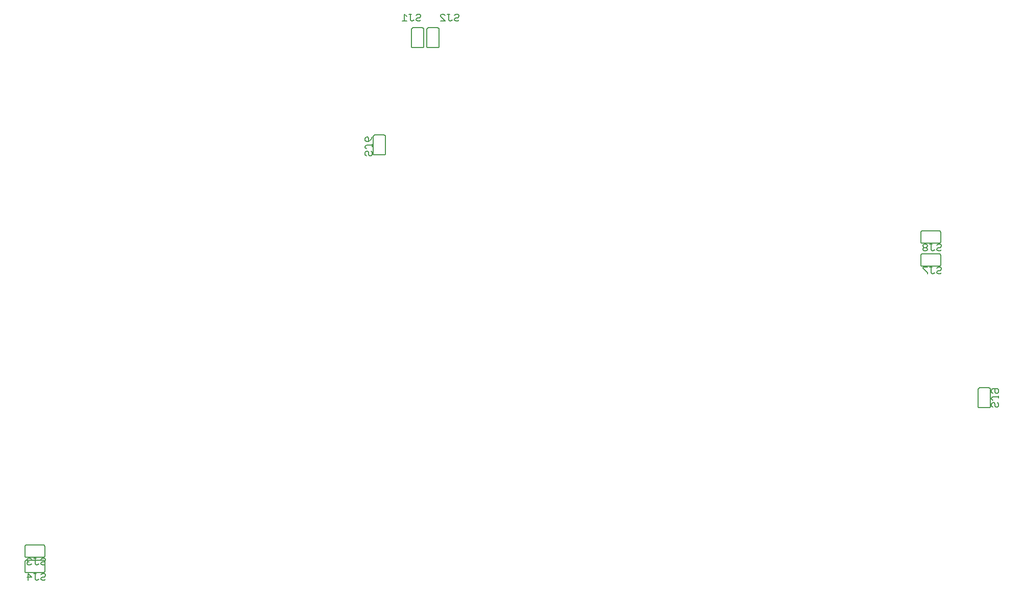
<source format=gbo>
G04 EAGLE Gerber RS-274X export*
G75*
%MOMM*%
%FSLAX34Y34*%
%LPD*%
%INSilkscreen Bottom*%
%IPPOS*%
%AMOC8*
5,1,8,0,0,1.08239X$1,22.5*%
G01*
%ADD10C,0.152400*%
%ADD11C,0.127000*%


D10*
X365760Y1243330D02*
X365760Y1271270D01*
X345440Y1243330D02*
X345442Y1243230D01*
X345448Y1243131D01*
X345458Y1243031D01*
X345471Y1242933D01*
X345489Y1242834D01*
X345510Y1242737D01*
X345535Y1242641D01*
X345564Y1242545D01*
X345597Y1242451D01*
X345633Y1242358D01*
X345673Y1242267D01*
X345717Y1242177D01*
X345764Y1242089D01*
X345814Y1242003D01*
X345868Y1241919D01*
X345925Y1241837D01*
X345985Y1241758D01*
X346049Y1241680D01*
X346115Y1241606D01*
X346184Y1241534D01*
X346256Y1241465D01*
X346330Y1241399D01*
X346408Y1241335D01*
X346487Y1241275D01*
X346569Y1241218D01*
X346653Y1241164D01*
X346739Y1241114D01*
X346827Y1241067D01*
X346917Y1241023D01*
X347008Y1240983D01*
X347101Y1240947D01*
X347195Y1240914D01*
X347291Y1240885D01*
X347387Y1240860D01*
X347484Y1240839D01*
X347583Y1240821D01*
X347681Y1240808D01*
X347781Y1240798D01*
X347880Y1240792D01*
X347980Y1240790D01*
X345440Y1271270D02*
X345442Y1271370D01*
X345448Y1271469D01*
X345458Y1271569D01*
X345471Y1271667D01*
X345489Y1271766D01*
X345510Y1271863D01*
X345535Y1271959D01*
X345564Y1272055D01*
X345597Y1272149D01*
X345633Y1272242D01*
X345673Y1272333D01*
X345717Y1272423D01*
X345764Y1272511D01*
X345814Y1272597D01*
X345868Y1272681D01*
X345925Y1272763D01*
X345985Y1272842D01*
X346049Y1272920D01*
X346115Y1272994D01*
X346184Y1273066D01*
X346256Y1273135D01*
X346330Y1273201D01*
X346408Y1273265D01*
X346487Y1273325D01*
X346569Y1273382D01*
X346653Y1273436D01*
X346739Y1273486D01*
X346827Y1273533D01*
X346917Y1273577D01*
X347008Y1273617D01*
X347101Y1273653D01*
X347195Y1273686D01*
X347291Y1273715D01*
X347387Y1273740D01*
X347484Y1273761D01*
X347583Y1273779D01*
X347681Y1273792D01*
X347781Y1273802D01*
X347880Y1273808D01*
X347980Y1273810D01*
X363220Y1273810D02*
X363320Y1273808D01*
X363419Y1273802D01*
X363519Y1273792D01*
X363617Y1273779D01*
X363716Y1273761D01*
X363813Y1273740D01*
X363909Y1273715D01*
X364005Y1273686D01*
X364099Y1273653D01*
X364192Y1273617D01*
X364283Y1273577D01*
X364373Y1273533D01*
X364461Y1273486D01*
X364547Y1273436D01*
X364631Y1273382D01*
X364713Y1273325D01*
X364792Y1273265D01*
X364870Y1273201D01*
X364944Y1273135D01*
X365016Y1273066D01*
X365085Y1272994D01*
X365151Y1272920D01*
X365215Y1272842D01*
X365275Y1272763D01*
X365332Y1272681D01*
X365386Y1272597D01*
X365436Y1272511D01*
X365483Y1272423D01*
X365527Y1272333D01*
X365567Y1272242D01*
X365603Y1272149D01*
X365636Y1272055D01*
X365665Y1271959D01*
X365690Y1271863D01*
X365711Y1271766D01*
X365729Y1271667D01*
X365742Y1271569D01*
X365752Y1271469D01*
X365758Y1271370D01*
X365760Y1271270D01*
X365760Y1243330D02*
X365758Y1243230D01*
X365752Y1243131D01*
X365742Y1243031D01*
X365729Y1242933D01*
X365711Y1242834D01*
X365690Y1242737D01*
X365665Y1242641D01*
X365636Y1242545D01*
X365603Y1242451D01*
X365567Y1242358D01*
X365527Y1242267D01*
X365483Y1242177D01*
X365436Y1242089D01*
X365386Y1242003D01*
X365332Y1241919D01*
X365275Y1241837D01*
X365215Y1241758D01*
X365151Y1241680D01*
X365085Y1241606D01*
X365016Y1241534D01*
X364944Y1241465D01*
X364870Y1241399D01*
X364792Y1241335D01*
X364713Y1241275D01*
X364631Y1241218D01*
X364547Y1241164D01*
X364461Y1241114D01*
X364373Y1241067D01*
X364283Y1241023D01*
X364192Y1240983D01*
X364099Y1240947D01*
X364005Y1240914D01*
X363909Y1240885D01*
X363813Y1240860D01*
X363716Y1240839D01*
X363617Y1240821D01*
X363519Y1240808D01*
X363419Y1240798D01*
X363320Y1240792D01*
X363220Y1240790D01*
X347980Y1240790D01*
X347980Y1273810D02*
X363220Y1273810D01*
X345440Y1271270D02*
X345440Y1243330D01*
D11*
X353210Y1294138D02*
X355117Y1296045D01*
X358930Y1296045D01*
X360837Y1294138D01*
X360837Y1292232D01*
X358930Y1290325D01*
X355117Y1290325D01*
X353210Y1288418D01*
X353210Y1286512D01*
X355117Y1284605D01*
X358930Y1284605D01*
X360837Y1286512D01*
X349143Y1286512D02*
X347236Y1284605D01*
X345330Y1284605D01*
X343423Y1286512D01*
X343423Y1296045D01*
X341517Y1296045D02*
X345330Y1296045D01*
X337449Y1292232D02*
X333636Y1296045D01*
X333636Y1284605D01*
X337449Y1284605D02*
X329823Y1284605D01*
D10*
X391160Y1271270D02*
X391160Y1243330D01*
X373380Y1240790D02*
X373280Y1240792D01*
X373181Y1240798D01*
X373081Y1240808D01*
X372983Y1240821D01*
X372884Y1240839D01*
X372787Y1240860D01*
X372691Y1240885D01*
X372595Y1240914D01*
X372501Y1240947D01*
X372408Y1240983D01*
X372317Y1241023D01*
X372227Y1241067D01*
X372139Y1241114D01*
X372053Y1241164D01*
X371969Y1241218D01*
X371887Y1241275D01*
X371808Y1241335D01*
X371730Y1241399D01*
X371656Y1241465D01*
X371584Y1241534D01*
X371515Y1241606D01*
X371449Y1241680D01*
X371385Y1241758D01*
X371325Y1241837D01*
X371268Y1241919D01*
X371214Y1242003D01*
X371164Y1242089D01*
X371117Y1242177D01*
X371073Y1242267D01*
X371033Y1242358D01*
X370997Y1242451D01*
X370964Y1242545D01*
X370935Y1242641D01*
X370910Y1242737D01*
X370889Y1242834D01*
X370871Y1242933D01*
X370858Y1243031D01*
X370848Y1243131D01*
X370842Y1243230D01*
X370840Y1243330D01*
X370840Y1271270D02*
X370842Y1271370D01*
X370848Y1271469D01*
X370858Y1271569D01*
X370871Y1271667D01*
X370889Y1271766D01*
X370910Y1271863D01*
X370935Y1271959D01*
X370964Y1272055D01*
X370997Y1272149D01*
X371033Y1272242D01*
X371073Y1272333D01*
X371117Y1272423D01*
X371164Y1272511D01*
X371214Y1272597D01*
X371268Y1272681D01*
X371325Y1272763D01*
X371385Y1272842D01*
X371449Y1272920D01*
X371515Y1272994D01*
X371584Y1273066D01*
X371656Y1273135D01*
X371730Y1273201D01*
X371808Y1273265D01*
X371887Y1273325D01*
X371969Y1273382D01*
X372053Y1273436D01*
X372139Y1273486D01*
X372227Y1273533D01*
X372317Y1273577D01*
X372408Y1273617D01*
X372501Y1273653D01*
X372595Y1273686D01*
X372691Y1273715D01*
X372787Y1273740D01*
X372884Y1273761D01*
X372983Y1273779D01*
X373081Y1273792D01*
X373181Y1273802D01*
X373280Y1273808D01*
X373380Y1273810D01*
X388620Y1273810D02*
X388720Y1273808D01*
X388819Y1273802D01*
X388919Y1273792D01*
X389017Y1273779D01*
X389116Y1273761D01*
X389213Y1273740D01*
X389309Y1273715D01*
X389405Y1273686D01*
X389499Y1273653D01*
X389592Y1273617D01*
X389683Y1273577D01*
X389773Y1273533D01*
X389861Y1273486D01*
X389947Y1273436D01*
X390031Y1273382D01*
X390113Y1273325D01*
X390192Y1273265D01*
X390270Y1273201D01*
X390344Y1273135D01*
X390416Y1273066D01*
X390485Y1272994D01*
X390551Y1272920D01*
X390615Y1272842D01*
X390675Y1272763D01*
X390732Y1272681D01*
X390786Y1272597D01*
X390836Y1272511D01*
X390883Y1272423D01*
X390927Y1272333D01*
X390967Y1272242D01*
X391003Y1272149D01*
X391036Y1272055D01*
X391065Y1271959D01*
X391090Y1271863D01*
X391111Y1271766D01*
X391129Y1271667D01*
X391142Y1271569D01*
X391152Y1271469D01*
X391158Y1271370D01*
X391160Y1271270D01*
X391160Y1243330D02*
X391158Y1243230D01*
X391152Y1243131D01*
X391142Y1243031D01*
X391129Y1242933D01*
X391111Y1242834D01*
X391090Y1242737D01*
X391065Y1242641D01*
X391036Y1242545D01*
X391003Y1242451D01*
X390967Y1242358D01*
X390927Y1242267D01*
X390883Y1242177D01*
X390836Y1242089D01*
X390786Y1242003D01*
X390732Y1241919D01*
X390675Y1241837D01*
X390615Y1241758D01*
X390551Y1241680D01*
X390485Y1241606D01*
X390416Y1241534D01*
X390344Y1241465D01*
X390270Y1241399D01*
X390192Y1241335D01*
X390113Y1241275D01*
X390031Y1241218D01*
X389947Y1241164D01*
X389861Y1241114D01*
X389773Y1241067D01*
X389683Y1241023D01*
X389592Y1240983D01*
X389499Y1240947D01*
X389405Y1240914D01*
X389309Y1240885D01*
X389213Y1240860D01*
X389116Y1240839D01*
X389017Y1240821D01*
X388919Y1240808D01*
X388819Y1240798D01*
X388720Y1240792D01*
X388620Y1240790D01*
X373380Y1240790D01*
X373380Y1273810D02*
X388620Y1273810D01*
X370840Y1271270D02*
X370840Y1243330D01*
D11*
X416710Y1294138D02*
X418617Y1296045D01*
X422430Y1296045D01*
X424337Y1294138D01*
X424337Y1292232D01*
X422430Y1290325D01*
X418617Y1290325D01*
X416710Y1288418D01*
X416710Y1286512D01*
X418617Y1284605D01*
X422430Y1284605D01*
X424337Y1286512D01*
X412643Y1286512D02*
X410736Y1284605D01*
X408830Y1284605D01*
X406923Y1286512D01*
X406923Y1296045D01*
X405017Y1296045D02*
X408830Y1296045D01*
X400949Y1284605D02*
X393323Y1284605D01*
X400949Y1284605D02*
X393323Y1292232D01*
X393323Y1294138D01*
X395229Y1296045D01*
X399042Y1296045D01*
X400949Y1294138D01*
D10*
X-265430Y416560D02*
X-293370Y416560D01*
X-265430Y396240D02*
X-265330Y396242D01*
X-265231Y396248D01*
X-265131Y396258D01*
X-265033Y396271D01*
X-264934Y396289D01*
X-264837Y396310D01*
X-264741Y396335D01*
X-264645Y396364D01*
X-264551Y396397D01*
X-264458Y396433D01*
X-264367Y396473D01*
X-264277Y396517D01*
X-264189Y396564D01*
X-264103Y396614D01*
X-264019Y396668D01*
X-263937Y396725D01*
X-263858Y396785D01*
X-263780Y396849D01*
X-263706Y396915D01*
X-263634Y396984D01*
X-263565Y397056D01*
X-263499Y397130D01*
X-263435Y397208D01*
X-263375Y397287D01*
X-263318Y397369D01*
X-263264Y397453D01*
X-263214Y397539D01*
X-263167Y397627D01*
X-263123Y397717D01*
X-263083Y397808D01*
X-263047Y397901D01*
X-263014Y397995D01*
X-262985Y398091D01*
X-262960Y398187D01*
X-262939Y398284D01*
X-262921Y398383D01*
X-262908Y398481D01*
X-262898Y398581D01*
X-262892Y398680D01*
X-262890Y398780D01*
X-293370Y396240D02*
X-293470Y396242D01*
X-293569Y396248D01*
X-293669Y396258D01*
X-293767Y396271D01*
X-293866Y396289D01*
X-293963Y396310D01*
X-294059Y396335D01*
X-294155Y396364D01*
X-294249Y396397D01*
X-294342Y396433D01*
X-294433Y396473D01*
X-294523Y396517D01*
X-294611Y396564D01*
X-294697Y396614D01*
X-294781Y396668D01*
X-294863Y396725D01*
X-294942Y396785D01*
X-295020Y396849D01*
X-295094Y396915D01*
X-295166Y396984D01*
X-295235Y397056D01*
X-295301Y397130D01*
X-295365Y397208D01*
X-295425Y397287D01*
X-295482Y397369D01*
X-295536Y397453D01*
X-295586Y397539D01*
X-295633Y397627D01*
X-295677Y397717D01*
X-295717Y397808D01*
X-295753Y397901D01*
X-295786Y397995D01*
X-295815Y398091D01*
X-295840Y398187D01*
X-295861Y398284D01*
X-295879Y398383D01*
X-295892Y398481D01*
X-295902Y398581D01*
X-295908Y398680D01*
X-295910Y398780D01*
X-295910Y414020D02*
X-295908Y414120D01*
X-295902Y414219D01*
X-295892Y414319D01*
X-295879Y414417D01*
X-295861Y414516D01*
X-295840Y414613D01*
X-295815Y414709D01*
X-295786Y414805D01*
X-295753Y414899D01*
X-295717Y414992D01*
X-295677Y415083D01*
X-295633Y415173D01*
X-295586Y415261D01*
X-295536Y415347D01*
X-295482Y415431D01*
X-295425Y415513D01*
X-295365Y415592D01*
X-295301Y415670D01*
X-295235Y415744D01*
X-295166Y415816D01*
X-295094Y415885D01*
X-295020Y415951D01*
X-294942Y416015D01*
X-294863Y416075D01*
X-294781Y416132D01*
X-294697Y416186D01*
X-294611Y416236D01*
X-294523Y416283D01*
X-294433Y416327D01*
X-294342Y416367D01*
X-294249Y416403D01*
X-294155Y416436D01*
X-294059Y416465D01*
X-293963Y416490D01*
X-293866Y416511D01*
X-293767Y416529D01*
X-293669Y416542D01*
X-293569Y416552D01*
X-293470Y416558D01*
X-293370Y416560D01*
X-265430Y416560D02*
X-265330Y416558D01*
X-265231Y416552D01*
X-265131Y416542D01*
X-265033Y416529D01*
X-264934Y416511D01*
X-264837Y416490D01*
X-264741Y416465D01*
X-264645Y416436D01*
X-264551Y416403D01*
X-264458Y416367D01*
X-264367Y416327D01*
X-264277Y416283D01*
X-264189Y416236D01*
X-264103Y416186D01*
X-264019Y416132D01*
X-263937Y416075D01*
X-263858Y416015D01*
X-263780Y415951D01*
X-263706Y415885D01*
X-263634Y415816D01*
X-263565Y415744D01*
X-263499Y415670D01*
X-263435Y415592D01*
X-263375Y415513D01*
X-263318Y415431D01*
X-263264Y415347D01*
X-263214Y415261D01*
X-263167Y415173D01*
X-263123Y415083D01*
X-263083Y414992D01*
X-263047Y414899D01*
X-263014Y414805D01*
X-262985Y414709D01*
X-262960Y414613D01*
X-262939Y414516D01*
X-262921Y414417D01*
X-262908Y414319D01*
X-262898Y414219D01*
X-262892Y414120D01*
X-262890Y414020D01*
X-262890Y398780D01*
X-295910Y398780D02*
X-295910Y414020D01*
X-293370Y396240D02*
X-265430Y396240D01*
D11*
X-267183Y394345D02*
X-269090Y392438D01*
X-267183Y394345D02*
X-263370Y394345D01*
X-261463Y392438D01*
X-261463Y390532D01*
X-263370Y388625D01*
X-267183Y388625D01*
X-269090Y386718D01*
X-269090Y384812D01*
X-267183Y382905D01*
X-263370Y382905D01*
X-261463Y384812D01*
X-273157Y384812D02*
X-275064Y382905D01*
X-276970Y382905D01*
X-278877Y384812D01*
X-278877Y394345D01*
X-276970Y394345D02*
X-280784Y394345D01*
X-284851Y392438D02*
X-286758Y394345D01*
X-290571Y394345D01*
X-292477Y392438D01*
X-292477Y390532D01*
X-290571Y388625D01*
X-288664Y388625D01*
X-290571Y388625D02*
X-292477Y386718D01*
X-292477Y384812D01*
X-290571Y382905D01*
X-286758Y382905D01*
X-284851Y384812D01*
D10*
X-293370Y391160D02*
X-265430Y391160D01*
X-262890Y373380D02*
X-262892Y373280D01*
X-262898Y373181D01*
X-262908Y373081D01*
X-262921Y372983D01*
X-262939Y372884D01*
X-262960Y372787D01*
X-262985Y372691D01*
X-263014Y372595D01*
X-263047Y372501D01*
X-263083Y372408D01*
X-263123Y372317D01*
X-263167Y372227D01*
X-263214Y372139D01*
X-263264Y372053D01*
X-263318Y371969D01*
X-263375Y371887D01*
X-263435Y371808D01*
X-263499Y371730D01*
X-263565Y371656D01*
X-263634Y371584D01*
X-263706Y371515D01*
X-263780Y371449D01*
X-263858Y371385D01*
X-263937Y371325D01*
X-264019Y371268D01*
X-264103Y371214D01*
X-264189Y371164D01*
X-264277Y371117D01*
X-264367Y371073D01*
X-264458Y371033D01*
X-264551Y370997D01*
X-264645Y370964D01*
X-264741Y370935D01*
X-264837Y370910D01*
X-264934Y370889D01*
X-265033Y370871D01*
X-265131Y370858D01*
X-265231Y370848D01*
X-265330Y370842D01*
X-265430Y370840D01*
X-293370Y370840D02*
X-293470Y370842D01*
X-293569Y370848D01*
X-293669Y370858D01*
X-293767Y370871D01*
X-293866Y370889D01*
X-293963Y370910D01*
X-294059Y370935D01*
X-294155Y370964D01*
X-294249Y370997D01*
X-294342Y371033D01*
X-294433Y371073D01*
X-294523Y371117D01*
X-294611Y371164D01*
X-294697Y371214D01*
X-294781Y371268D01*
X-294863Y371325D01*
X-294942Y371385D01*
X-295020Y371449D01*
X-295094Y371515D01*
X-295166Y371584D01*
X-295235Y371656D01*
X-295301Y371730D01*
X-295365Y371808D01*
X-295425Y371887D01*
X-295482Y371969D01*
X-295536Y372053D01*
X-295586Y372139D01*
X-295633Y372227D01*
X-295677Y372317D01*
X-295717Y372408D01*
X-295753Y372501D01*
X-295786Y372595D01*
X-295815Y372691D01*
X-295840Y372787D01*
X-295861Y372884D01*
X-295879Y372983D01*
X-295892Y373081D01*
X-295902Y373181D01*
X-295908Y373280D01*
X-295910Y373380D01*
X-295910Y388620D02*
X-295908Y388720D01*
X-295902Y388819D01*
X-295892Y388919D01*
X-295879Y389017D01*
X-295861Y389116D01*
X-295840Y389213D01*
X-295815Y389309D01*
X-295786Y389405D01*
X-295753Y389499D01*
X-295717Y389592D01*
X-295677Y389683D01*
X-295633Y389773D01*
X-295586Y389861D01*
X-295536Y389947D01*
X-295482Y390031D01*
X-295425Y390113D01*
X-295365Y390192D01*
X-295301Y390270D01*
X-295235Y390344D01*
X-295166Y390416D01*
X-295094Y390485D01*
X-295020Y390551D01*
X-294942Y390615D01*
X-294863Y390675D01*
X-294781Y390732D01*
X-294697Y390786D01*
X-294611Y390836D01*
X-294523Y390883D01*
X-294433Y390927D01*
X-294342Y390967D01*
X-294249Y391003D01*
X-294155Y391036D01*
X-294059Y391065D01*
X-293963Y391090D01*
X-293866Y391111D01*
X-293767Y391129D01*
X-293669Y391142D01*
X-293569Y391152D01*
X-293470Y391158D01*
X-293370Y391160D01*
X-265430Y391160D02*
X-265330Y391158D01*
X-265231Y391152D01*
X-265131Y391142D01*
X-265033Y391129D01*
X-264934Y391111D01*
X-264837Y391090D01*
X-264741Y391065D01*
X-264645Y391036D01*
X-264551Y391003D01*
X-264458Y390967D01*
X-264367Y390927D01*
X-264277Y390883D01*
X-264189Y390836D01*
X-264103Y390786D01*
X-264019Y390732D01*
X-263937Y390675D01*
X-263858Y390615D01*
X-263780Y390551D01*
X-263706Y390485D01*
X-263634Y390416D01*
X-263565Y390344D01*
X-263499Y390270D01*
X-263435Y390192D01*
X-263375Y390113D01*
X-263318Y390031D01*
X-263264Y389947D01*
X-263214Y389861D01*
X-263167Y389773D01*
X-263123Y389683D01*
X-263083Y389592D01*
X-263047Y389499D01*
X-263014Y389405D01*
X-262985Y389309D01*
X-262960Y389213D01*
X-262939Y389116D01*
X-262921Y389017D01*
X-262908Y388919D01*
X-262898Y388819D01*
X-262892Y388720D01*
X-262890Y388620D01*
X-262890Y373380D01*
X-295910Y373380D02*
X-295910Y388620D01*
X-293370Y370840D02*
X-265430Y370840D01*
D11*
X-267183Y368945D02*
X-269090Y367038D01*
X-267183Y368945D02*
X-263370Y368945D01*
X-261463Y367038D01*
X-261463Y365132D01*
X-263370Y363225D01*
X-267183Y363225D01*
X-269090Y361318D01*
X-269090Y359412D01*
X-267183Y357505D01*
X-263370Y357505D01*
X-261463Y359412D01*
X-273157Y359412D02*
X-275064Y357505D01*
X-276970Y357505D01*
X-278877Y359412D01*
X-278877Y368945D01*
X-276970Y368945D02*
X-280784Y368945D01*
X-290571Y368945D02*
X-290571Y357505D01*
X-284851Y363225D02*
X-290571Y368945D01*
X-292477Y363225D02*
X-284851Y363225D01*
D10*
X302260Y1065530D02*
X302260Y1093470D01*
X281940Y1065530D02*
X281942Y1065430D01*
X281948Y1065331D01*
X281958Y1065231D01*
X281971Y1065133D01*
X281989Y1065034D01*
X282010Y1064937D01*
X282035Y1064841D01*
X282064Y1064745D01*
X282097Y1064651D01*
X282133Y1064558D01*
X282173Y1064467D01*
X282217Y1064377D01*
X282264Y1064289D01*
X282314Y1064203D01*
X282368Y1064119D01*
X282425Y1064037D01*
X282485Y1063958D01*
X282549Y1063880D01*
X282615Y1063806D01*
X282684Y1063734D01*
X282756Y1063665D01*
X282830Y1063599D01*
X282908Y1063535D01*
X282987Y1063475D01*
X283069Y1063418D01*
X283153Y1063364D01*
X283239Y1063314D01*
X283327Y1063267D01*
X283417Y1063223D01*
X283508Y1063183D01*
X283601Y1063147D01*
X283695Y1063114D01*
X283791Y1063085D01*
X283887Y1063060D01*
X283984Y1063039D01*
X284083Y1063021D01*
X284181Y1063008D01*
X284281Y1062998D01*
X284380Y1062992D01*
X284480Y1062990D01*
X281940Y1093470D02*
X281942Y1093570D01*
X281948Y1093669D01*
X281958Y1093769D01*
X281971Y1093867D01*
X281989Y1093966D01*
X282010Y1094063D01*
X282035Y1094159D01*
X282064Y1094255D01*
X282097Y1094349D01*
X282133Y1094442D01*
X282173Y1094533D01*
X282217Y1094623D01*
X282264Y1094711D01*
X282314Y1094797D01*
X282368Y1094881D01*
X282425Y1094963D01*
X282485Y1095042D01*
X282549Y1095120D01*
X282615Y1095194D01*
X282684Y1095266D01*
X282756Y1095335D01*
X282830Y1095401D01*
X282908Y1095465D01*
X282987Y1095525D01*
X283069Y1095582D01*
X283153Y1095636D01*
X283239Y1095686D01*
X283327Y1095733D01*
X283417Y1095777D01*
X283508Y1095817D01*
X283601Y1095853D01*
X283695Y1095886D01*
X283791Y1095915D01*
X283887Y1095940D01*
X283984Y1095961D01*
X284083Y1095979D01*
X284181Y1095992D01*
X284281Y1096002D01*
X284380Y1096008D01*
X284480Y1096010D01*
X299720Y1096010D02*
X299820Y1096008D01*
X299919Y1096002D01*
X300019Y1095992D01*
X300117Y1095979D01*
X300216Y1095961D01*
X300313Y1095940D01*
X300409Y1095915D01*
X300505Y1095886D01*
X300599Y1095853D01*
X300692Y1095817D01*
X300783Y1095777D01*
X300873Y1095733D01*
X300961Y1095686D01*
X301047Y1095636D01*
X301131Y1095582D01*
X301213Y1095525D01*
X301292Y1095465D01*
X301370Y1095401D01*
X301444Y1095335D01*
X301516Y1095266D01*
X301585Y1095194D01*
X301651Y1095120D01*
X301715Y1095042D01*
X301775Y1094963D01*
X301832Y1094881D01*
X301886Y1094797D01*
X301936Y1094711D01*
X301983Y1094623D01*
X302027Y1094533D01*
X302067Y1094442D01*
X302103Y1094349D01*
X302136Y1094255D01*
X302165Y1094159D01*
X302190Y1094063D01*
X302211Y1093966D01*
X302229Y1093867D01*
X302242Y1093769D01*
X302252Y1093669D01*
X302258Y1093570D01*
X302260Y1093470D01*
X302260Y1065530D02*
X302258Y1065430D01*
X302252Y1065331D01*
X302242Y1065231D01*
X302229Y1065133D01*
X302211Y1065034D01*
X302190Y1064937D01*
X302165Y1064841D01*
X302136Y1064745D01*
X302103Y1064651D01*
X302067Y1064558D01*
X302027Y1064467D01*
X301983Y1064377D01*
X301936Y1064289D01*
X301886Y1064203D01*
X301832Y1064119D01*
X301775Y1064037D01*
X301715Y1063958D01*
X301651Y1063880D01*
X301585Y1063806D01*
X301516Y1063734D01*
X301444Y1063665D01*
X301370Y1063599D01*
X301292Y1063535D01*
X301213Y1063475D01*
X301131Y1063418D01*
X301047Y1063364D01*
X300961Y1063314D01*
X300873Y1063267D01*
X300783Y1063223D01*
X300692Y1063183D01*
X300599Y1063147D01*
X300505Y1063114D01*
X300409Y1063085D01*
X300313Y1063060D01*
X300216Y1063039D01*
X300117Y1063021D01*
X300019Y1063008D01*
X299919Y1062998D01*
X299820Y1062992D01*
X299720Y1062990D01*
X284480Y1062990D01*
X284480Y1096010D02*
X299720Y1096010D01*
X281940Y1093470D02*
X281940Y1065530D01*
D11*
X280045Y1067283D02*
X278138Y1069190D01*
X280045Y1067283D02*
X280045Y1063470D01*
X278138Y1061563D01*
X276232Y1061563D01*
X274325Y1063470D01*
X274325Y1067283D01*
X272418Y1069190D01*
X270512Y1069190D01*
X268605Y1067283D01*
X268605Y1063470D01*
X270512Y1061563D01*
X270512Y1073257D02*
X268605Y1075164D01*
X268605Y1077070D01*
X270512Y1078977D01*
X280045Y1078977D01*
X280045Y1077070D02*
X280045Y1080884D01*
X278138Y1088764D02*
X280045Y1092577D01*
X278138Y1088764D02*
X274325Y1084951D01*
X270512Y1084951D01*
X268605Y1086858D01*
X268605Y1090671D01*
X270512Y1092577D01*
X272418Y1092577D01*
X274325Y1090671D01*
X274325Y1084951D01*
D10*
X1192530Y899160D02*
X1220470Y899160D01*
X1223010Y881380D02*
X1223008Y881280D01*
X1223002Y881181D01*
X1222992Y881081D01*
X1222979Y880983D01*
X1222961Y880884D01*
X1222940Y880787D01*
X1222915Y880691D01*
X1222886Y880595D01*
X1222853Y880501D01*
X1222817Y880408D01*
X1222777Y880317D01*
X1222733Y880227D01*
X1222686Y880139D01*
X1222636Y880053D01*
X1222582Y879969D01*
X1222525Y879887D01*
X1222465Y879808D01*
X1222401Y879730D01*
X1222335Y879656D01*
X1222266Y879584D01*
X1222194Y879515D01*
X1222120Y879449D01*
X1222042Y879385D01*
X1221963Y879325D01*
X1221881Y879268D01*
X1221797Y879214D01*
X1221711Y879164D01*
X1221623Y879117D01*
X1221533Y879073D01*
X1221442Y879033D01*
X1221349Y878997D01*
X1221255Y878964D01*
X1221159Y878935D01*
X1221063Y878910D01*
X1220966Y878889D01*
X1220867Y878871D01*
X1220769Y878858D01*
X1220669Y878848D01*
X1220570Y878842D01*
X1220470Y878840D01*
X1192530Y878840D02*
X1192430Y878842D01*
X1192331Y878848D01*
X1192231Y878858D01*
X1192133Y878871D01*
X1192034Y878889D01*
X1191937Y878910D01*
X1191841Y878935D01*
X1191745Y878964D01*
X1191651Y878997D01*
X1191558Y879033D01*
X1191467Y879073D01*
X1191377Y879117D01*
X1191289Y879164D01*
X1191203Y879214D01*
X1191119Y879268D01*
X1191037Y879325D01*
X1190958Y879385D01*
X1190880Y879449D01*
X1190806Y879515D01*
X1190734Y879584D01*
X1190665Y879656D01*
X1190599Y879730D01*
X1190535Y879808D01*
X1190475Y879887D01*
X1190418Y879969D01*
X1190364Y880053D01*
X1190314Y880139D01*
X1190267Y880227D01*
X1190223Y880317D01*
X1190183Y880408D01*
X1190147Y880501D01*
X1190114Y880595D01*
X1190085Y880691D01*
X1190060Y880787D01*
X1190039Y880884D01*
X1190021Y880983D01*
X1190008Y881081D01*
X1189998Y881181D01*
X1189992Y881280D01*
X1189990Y881380D01*
X1189990Y896620D02*
X1189992Y896720D01*
X1189998Y896819D01*
X1190008Y896919D01*
X1190021Y897017D01*
X1190039Y897116D01*
X1190060Y897213D01*
X1190085Y897309D01*
X1190114Y897405D01*
X1190147Y897499D01*
X1190183Y897592D01*
X1190223Y897683D01*
X1190267Y897773D01*
X1190314Y897861D01*
X1190364Y897947D01*
X1190418Y898031D01*
X1190475Y898113D01*
X1190535Y898192D01*
X1190599Y898270D01*
X1190665Y898344D01*
X1190734Y898416D01*
X1190806Y898485D01*
X1190880Y898551D01*
X1190958Y898615D01*
X1191037Y898675D01*
X1191119Y898732D01*
X1191203Y898786D01*
X1191289Y898836D01*
X1191377Y898883D01*
X1191467Y898927D01*
X1191558Y898967D01*
X1191651Y899003D01*
X1191745Y899036D01*
X1191841Y899065D01*
X1191937Y899090D01*
X1192034Y899111D01*
X1192133Y899129D01*
X1192231Y899142D01*
X1192331Y899152D01*
X1192430Y899158D01*
X1192530Y899160D01*
X1220470Y899160D02*
X1220570Y899158D01*
X1220669Y899152D01*
X1220769Y899142D01*
X1220867Y899129D01*
X1220966Y899111D01*
X1221063Y899090D01*
X1221159Y899065D01*
X1221255Y899036D01*
X1221349Y899003D01*
X1221442Y898967D01*
X1221533Y898927D01*
X1221623Y898883D01*
X1221711Y898836D01*
X1221797Y898786D01*
X1221881Y898732D01*
X1221963Y898675D01*
X1222042Y898615D01*
X1222120Y898551D01*
X1222194Y898485D01*
X1222266Y898416D01*
X1222335Y898344D01*
X1222401Y898270D01*
X1222465Y898192D01*
X1222525Y898113D01*
X1222582Y898031D01*
X1222636Y897947D01*
X1222686Y897861D01*
X1222733Y897773D01*
X1222777Y897683D01*
X1222817Y897592D01*
X1222853Y897499D01*
X1222886Y897405D01*
X1222915Y897309D01*
X1222940Y897213D01*
X1222961Y897116D01*
X1222979Y897017D01*
X1222992Y896919D01*
X1223002Y896819D01*
X1223008Y896720D01*
X1223010Y896620D01*
X1223010Y881380D01*
X1189990Y881380D02*
X1189990Y896620D01*
X1192530Y878840D02*
X1220470Y878840D01*
D11*
X1218717Y876945D02*
X1216810Y875038D01*
X1218717Y876945D02*
X1222530Y876945D01*
X1224437Y875038D01*
X1224437Y873132D01*
X1222530Y871225D01*
X1218717Y871225D01*
X1216810Y869318D01*
X1216810Y867412D01*
X1218717Y865505D01*
X1222530Y865505D01*
X1224437Y867412D01*
X1212743Y867412D02*
X1210836Y865505D01*
X1208930Y865505D01*
X1207023Y867412D01*
X1207023Y876945D01*
X1205117Y876945D02*
X1208930Y876945D01*
X1201049Y876945D02*
X1193423Y876945D01*
X1193423Y875038D01*
X1201049Y867412D01*
X1201049Y865505D01*
D10*
X1192530Y937260D02*
X1220470Y937260D01*
X1223010Y919480D02*
X1223008Y919380D01*
X1223002Y919281D01*
X1222992Y919181D01*
X1222979Y919083D01*
X1222961Y918984D01*
X1222940Y918887D01*
X1222915Y918791D01*
X1222886Y918695D01*
X1222853Y918601D01*
X1222817Y918508D01*
X1222777Y918417D01*
X1222733Y918327D01*
X1222686Y918239D01*
X1222636Y918153D01*
X1222582Y918069D01*
X1222525Y917987D01*
X1222465Y917908D01*
X1222401Y917830D01*
X1222335Y917756D01*
X1222266Y917684D01*
X1222194Y917615D01*
X1222120Y917549D01*
X1222042Y917485D01*
X1221963Y917425D01*
X1221881Y917368D01*
X1221797Y917314D01*
X1221711Y917264D01*
X1221623Y917217D01*
X1221533Y917173D01*
X1221442Y917133D01*
X1221349Y917097D01*
X1221255Y917064D01*
X1221159Y917035D01*
X1221063Y917010D01*
X1220966Y916989D01*
X1220867Y916971D01*
X1220769Y916958D01*
X1220669Y916948D01*
X1220570Y916942D01*
X1220470Y916940D01*
X1192530Y916940D02*
X1192430Y916942D01*
X1192331Y916948D01*
X1192231Y916958D01*
X1192133Y916971D01*
X1192034Y916989D01*
X1191937Y917010D01*
X1191841Y917035D01*
X1191745Y917064D01*
X1191651Y917097D01*
X1191558Y917133D01*
X1191467Y917173D01*
X1191377Y917217D01*
X1191289Y917264D01*
X1191203Y917314D01*
X1191119Y917368D01*
X1191037Y917425D01*
X1190958Y917485D01*
X1190880Y917549D01*
X1190806Y917615D01*
X1190734Y917684D01*
X1190665Y917756D01*
X1190599Y917830D01*
X1190535Y917908D01*
X1190475Y917987D01*
X1190418Y918069D01*
X1190364Y918153D01*
X1190314Y918239D01*
X1190267Y918327D01*
X1190223Y918417D01*
X1190183Y918508D01*
X1190147Y918601D01*
X1190114Y918695D01*
X1190085Y918791D01*
X1190060Y918887D01*
X1190039Y918984D01*
X1190021Y919083D01*
X1190008Y919181D01*
X1189998Y919281D01*
X1189992Y919380D01*
X1189990Y919480D01*
X1189990Y934720D02*
X1189992Y934820D01*
X1189998Y934919D01*
X1190008Y935019D01*
X1190021Y935117D01*
X1190039Y935216D01*
X1190060Y935313D01*
X1190085Y935409D01*
X1190114Y935505D01*
X1190147Y935599D01*
X1190183Y935692D01*
X1190223Y935783D01*
X1190267Y935873D01*
X1190314Y935961D01*
X1190364Y936047D01*
X1190418Y936131D01*
X1190475Y936213D01*
X1190535Y936292D01*
X1190599Y936370D01*
X1190665Y936444D01*
X1190734Y936516D01*
X1190806Y936585D01*
X1190880Y936651D01*
X1190958Y936715D01*
X1191037Y936775D01*
X1191119Y936832D01*
X1191203Y936886D01*
X1191289Y936936D01*
X1191377Y936983D01*
X1191467Y937027D01*
X1191558Y937067D01*
X1191651Y937103D01*
X1191745Y937136D01*
X1191841Y937165D01*
X1191937Y937190D01*
X1192034Y937211D01*
X1192133Y937229D01*
X1192231Y937242D01*
X1192331Y937252D01*
X1192430Y937258D01*
X1192530Y937260D01*
X1220470Y937260D02*
X1220570Y937258D01*
X1220669Y937252D01*
X1220769Y937242D01*
X1220867Y937229D01*
X1220966Y937211D01*
X1221063Y937190D01*
X1221159Y937165D01*
X1221255Y937136D01*
X1221349Y937103D01*
X1221442Y937067D01*
X1221533Y937027D01*
X1221623Y936983D01*
X1221711Y936936D01*
X1221797Y936886D01*
X1221881Y936832D01*
X1221963Y936775D01*
X1222042Y936715D01*
X1222120Y936651D01*
X1222194Y936585D01*
X1222266Y936516D01*
X1222335Y936444D01*
X1222401Y936370D01*
X1222465Y936292D01*
X1222525Y936213D01*
X1222582Y936131D01*
X1222636Y936047D01*
X1222686Y935961D01*
X1222733Y935873D01*
X1222777Y935783D01*
X1222817Y935692D01*
X1222853Y935599D01*
X1222886Y935505D01*
X1222915Y935409D01*
X1222940Y935313D01*
X1222961Y935216D01*
X1222979Y935117D01*
X1222992Y935019D01*
X1223002Y934919D01*
X1223008Y934820D01*
X1223010Y934720D01*
X1223010Y919480D01*
X1189990Y919480D02*
X1189990Y934720D01*
X1192530Y916940D02*
X1220470Y916940D01*
D11*
X1218717Y915045D02*
X1216810Y913138D01*
X1218717Y915045D02*
X1222530Y915045D01*
X1224437Y913138D01*
X1224437Y911232D01*
X1222530Y909325D01*
X1218717Y909325D01*
X1216810Y907418D01*
X1216810Y905512D01*
X1218717Y903605D01*
X1222530Y903605D01*
X1224437Y905512D01*
X1212743Y905512D02*
X1210836Y903605D01*
X1208930Y903605D01*
X1207023Y905512D01*
X1207023Y915045D01*
X1205117Y915045D02*
X1208930Y915045D01*
X1201049Y913138D02*
X1199142Y915045D01*
X1195329Y915045D01*
X1193423Y913138D01*
X1193423Y911232D01*
X1195329Y909325D01*
X1193423Y907418D01*
X1193423Y905512D01*
X1195329Y903605D01*
X1199142Y903605D01*
X1201049Y905512D01*
X1201049Y907418D01*
X1199142Y909325D01*
X1201049Y911232D01*
X1201049Y913138D01*
X1199142Y909325D02*
X1195329Y909325D01*
D10*
X1285240Y674370D02*
X1285240Y646430D01*
X1305560Y674370D02*
X1305558Y674470D01*
X1305552Y674569D01*
X1305542Y674669D01*
X1305529Y674767D01*
X1305511Y674866D01*
X1305490Y674963D01*
X1305465Y675059D01*
X1305436Y675155D01*
X1305403Y675249D01*
X1305367Y675342D01*
X1305327Y675433D01*
X1305283Y675523D01*
X1305236Y675611D01*
X1305186Y675697D01*
X1305132Y675781D01*
X1305075Y675863D01*
X1305015Y675942D01*
X1304951Y676020D01*
X1304885Y676094D01*
X1304816Y676166D01*
X1304744Y676235D01*
X1304670Y676301D01*
X1304592Y676365D01*
X1304513Y676425D01*
X1304431Y676482D01*
X1304347Y676536D01*
X1304261Y676586D01*
X1304173Y676633D01*
X1304083Y676677D01*
X1303992Y676717D01*
X1303899Y676753D01*
X1303805Y676786D01*
X1303709Y676815D01*
X1303613Y676840D01*
X1303516Y676861D01*
X1303417Y676879D01*
X1303319Y676892D01*
X1303219Y676902D01*
X1303120Y676908D01*
X1303020Y676910D01*
X1305560Y646430D02*
X1305558Y646330D01*
X1305552Y646231D01*
X1305542Y646131D01*
X1305529Y646033D01*
X1305511Y645934D01*
X1305490Y645837D01*
X1305465Y645741D01*
X1305436Y645645D01*
X1305403Y645551D01*
X1305367Y645458D01*
X1305327Y645367D01*
X1305283Y645277D01*
X1305236Y645189D01*
X1305186Y645103D01*
X1305132Y645019D01*
X1305075Y644937D01*
X1305015Y644858D01*
X1304951Y644780D01*
X1304885Y644706D01*
X1304816Y644634D01*
X1304744Y644565D01*
X1304670Y644499D01*
X1304592Y644435D01*
X1304513Y644375D01*
X1304431Y644318D01*
X1304347Y644264D01*
X1304261Y644214D01*
X1304173Y644167D01*
X1304083Y644123D01*
X1303992Y644083D01*
X1303899Y644047D01*
X1303805Y644014D01*
X1303709Y643985D01*
X1303613Y643960D01*
X1303516Y643939D01*
X1303417Y643921D01*
X1303319Y643908D01*
X1303219Y643898D01*
X1303120Y643892D01*
X1303020Y643890D01*
X1287780Y643890D02*
X1287680Y643892D01*
X1287581Y643898D01*
X1287481Y643908D01*
X1287383Y643921D01*
X1287284Y643939D01*
X1287187Y643960D01*
X1287091Y643985D01*
X1286995Y644014D01*
X1286901Y644047D01*
X1286808Y644083D01*
X1286717Y644123D01*
X1286627Y644167D01*
X1286539Y644214D01*
X1286453Y644264D01*
X1286369Y644318D01*
X1286287Y644375D01*
X1286208Y644435D01*
X1286130Y644499D01*
X1286056Y644565D01*
X1285984Y644634D01*
X1285915Y644706D01*
X1285849Y644780D01*
X1285785Y644858D01*
X1285725Y644937D01*
X1285668Y645019D01*
X1285614Y645103D01*
X1285564Y645189D01*
X1285517Y645277D01*
X1285473Y645367D01*
X1285433Y645458D01*
X1285397Y645551D01*
X1285364Y645645D01*
X1285335Y645741D01*
X1285310Y645837D01*
X1285289Y645934D01*
X1285271Y646033D01*
X1285258Y646131D01*
X1285248Y646231D01*
X1285242Y646330D01*
X1285240Y646430D01*
X1285240Y674370D02*
X1285242Y674470D01*
X1285248Y674569D01*
X1285258Y674669D01*
X1285271Y674767D01*
X1285289Y674866D01*
X1285310Y674963D01*
X1285335Y675059D01*
X1285364Y675155D01*
X1285397Y675249D01*
X1285433Y675342D01*
X1285473Y675433D01*
X1285517Y675523D01*
X1285564Y675611D01*
X1285614Y675697D01*
X1285668Y675781D01*
X1285725Y675863D01*
X1285785Y675942D01*
X1285849Y676020D01*
X1285915Y676094D01*
X1285984Y676166D01*
X1286056Y676235D01*
X1286130Y676301D01*
X1286208Y676365D01*
X1286287Y676425D01*
X1286369Y676482D01*
X1286453Y676536D01*
X1286539Y676586D01*
X1286627Y676633D01*
X1286717Y676677D01*
X1286808Y676717D01*
X1286901Y676753D01*
X1286995Y676786D01*
X1287091Y676815D01*
X1287187Y676840D01*
X1287284Y676861D01*
X1287383Y676879D01*
X1287481Y676892D01*
X1287581Y676902D01*
X1287680Y676908D01*
X1287780Y676910D01*
X1303020Y676910D01*
X1303020Y643890D02*
X1287780Y643890D01*
X1305560Y646430D02*
X1305560Y674370D01*
D11*
X1316998Y652152D02*
X1318905Y650245D01*
X1318905Y646432D01*
X1316998Y644525D01*
X1315092Y644525D01*
X1313185Y646432D01*
X1313185Y650245D01*
X1311278Y652152D01*
X1309372Y652152D01*
X1307465Y650245D01*
X1307465Y646432D01*
X1309372Y644525D01*
X1309372Y656219D02*
X1307465Y658126D01*
X1307465Y660032D01*
X1309372Y661939D01*
X1318905Y661939D01*
X1318905Y663845D02*
X1318905Y660032D01*
X1309372Y667913D02*
X1307465Y669820D01*
X1307465Y673633D01*
X1309372Y675539D01*
X1316998Y675539D01*
X1318905Y673633D01*
X1318905Y669820D01*
X1316998Y667913D01*
X1315092Y667913D01*
X1313185Y669820D01*
X1313185Y675539D01*
M02*

</source>
